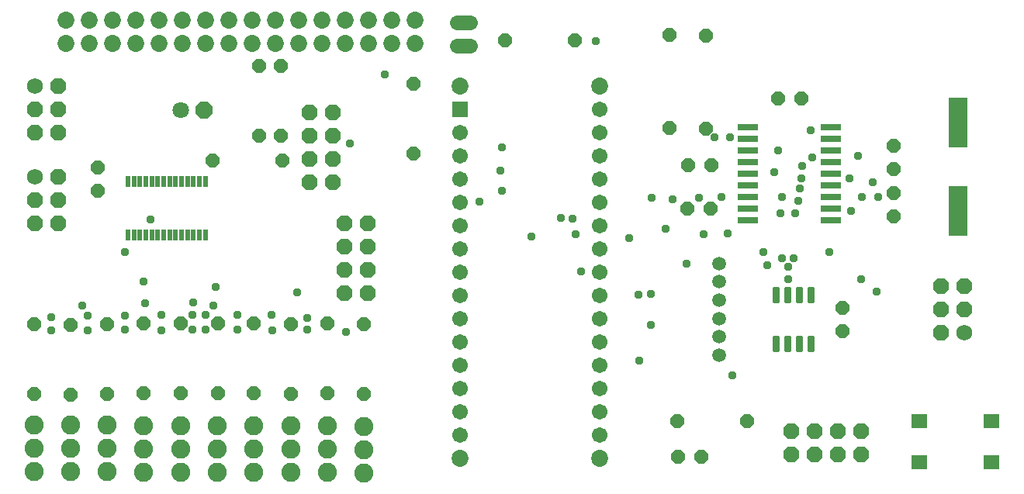
<source format=gts>
G04 EAGLE Gerber RS-274X export*
G75*
%MOMM*%
%FSLAX34Y34*%
%LPD*%
%INSoldermask Top*%
%IPPOS*%
%AMOC8*
5,1,8,0,0,1.08239X$1,22.5*%
G01*
%ADD10P,1.649562X8X112.500000*%
%ADD11P,1.951982X8X22.500000*%
%ADD12C,1.803400*%
%ADD13P,1.649562X8X292.500000*%
%ADD14P,1.649562X8X22.500000*%
%ADD15C,1.511200*%
%ADD16P,1.869504X8X292.500000*%
%ADD17C,1.853200*%
%ADD18C,1.625600*%
%ADD19R,1.711200X1.711200*%
%ADD20C,1.711200*%
%ADD21C,1.854200*%
%ADD22C,2.082800*%
%ADD23P,1.649562X8X202.500000*%
%ADD24R,1.753200X1.503200*%
%ADD25P,1.869504X8X22.500000*%
%ADD26C,1.727200*%
%ADD27R,0.508000X1.193800*%
%ADD28C,0.353406*%
%ADD29R,2.184400X0.762000*%
%ADD30R,2.133600X5.537200*%
%ADD31P,1.869504X8X112.500000*%
%ADD32C,0.959600*%


D10*
X102600Y332100D03*
X102600Y357500D03*
D11*
X218700Y420100D03*
D12*
X193300Y420100D03*
D10*
X971600Y303600D03*
X971600Y329000D03*
D13*
X971700Y381100D03*
X971700Y355700D03*
D10*
X915600Y178600D03*
X915600Y204000D03*
D14*
X845100Y432400D03*
X870500Y432400D03*
D15*
X780900Y252300D03*
X780900Y232300D03*
X780900Y212300D03*
X780900Y192300D03*
X780900Y172300D03*
X780900Y152300D03*
D16*
X397200Y296300D03*
X397200Y270900D03*
X397200Y245500D03*
X397200Y220100D03*
X371800Y296300D03*
X371800Y270900D03*
X371800Y245500D03*
X371800Y220100D03*
D17*
X93500Y518100D03*
X68100Y518100D03*
X68100Y492700D03*
X93500Y492700D03*
X118900Y518100D03*
X118900Y492700D03*
X144300Y518100D03*
X144300Y492700D03*
X169700Y518100D03*
X169700Y492700D03*
X195100Y518100D03*
X195100Y492700D03*
X220500Y518100D03*
X220500Y492700D03*
X245900Y518100D03*
X245900Y492700D03*
X271300Y518100D03*
X271300Y492700D03*
X296700Y518100D03*
X296700Y492700D03*
X322100Y518100D03*
X322100Y492700D03*
X347500Y518100D03*
X347500Y492700D03*
X372900Y518100D03*
X372900Y492700D03*
X398300Y518100D03*
X398300Y492700D03*
X423700Y518100D03*
X423700Y492700D03*
X449100Y518100D03*
X449100Y492700D03*
D18*
X494688Y490000D02*
X508912Y490000D01*
X508912Y515400D02*
X494688Y515400D01*
D14*
X746500Y312000D03*
X771900Y312000D03*
X746900Y360000D03*
X772300Y360000D03*
X736300Y41000D03*
X761700Y41000D03*
D19*
X497800Y420200D03*
D20*
X497800Y394800D03*
X497800Y369400D03*
X497800Y344000D03*
X497800Y318600D03*
X497800Y293200D03*
X497800Y267800D03*
X497800Y242400D03*
X497800Y217000D03*
X497800Y191600D03*
X497800Y166200D03*
X497800Y140800D03*
X650200Y420200D03*
X650200Y394800D03*
X650200Y369400D03*
X650200Y344000D03*
X650200Y318600D03*
X650200Y293200D03*
X650200Y242400D03*
X650200Y217000D03*
X650200Y166200D03*
X650200Y140800D03*
X650200Y191600D03*
X650200Y267800D03*
X497800Y115400D03*
X497800Y90000D03*
X497800Y64600D03*
X650200Y115400D03*
X650200Y90000D03*
X650200Y64600D03*
D21*
X497800Y39200D03*
X650200Y39200D03*
X650200Y445600D03*
X497800Y445600D03*
D22*
X353200Y74800D03*
X353200Y49400D03*
X353200Y24000D03*
X393200Y74700D03*
X393200Y49300D03*
X393200Y23900D03*
X33000Y75800D03*
X33000Y50400D03*
X33000Y25000D03*
X73000Y75700D03*
X73000Y50300D03*
X73000Y24900D03*
X113000Y75600D03*
X113000Y50200D03*
X113000Y24800D03*
X153000Y75500D03*
X153000Y50100D03*
X153000Y24700D03*
X193200Y75200D03*
X193200Y49800D03*
X193200Y24400D03*
X233200Y75100D03*
X233200Y49700D03*
X233200Y24300D03*
X273200Y75000D03*
X273200Y49600D03*
X273200Y24200D03*
X313200Y74900D03*
X313200Y49500D03*
X313200Y24100D03*
D23*
X304300Y364700D03*
X228100Y364700D03*
D10*
X272900Y110500D03*
X272900Y186700D03*
X313100Y110100D03*
X313100Y186300D03*
X353100Y110500D03*
X353100Y186700D03*
X393100Y109900D03*
X393100Y186100D03*
X726700Y400400D03*
X726700Y502000D03*
X766700Y399400D03*
X766700Y501000D03*
D13*
X447500Y448300D03*
X447500Y372100D03*
D14*
X735100Y80300D03*
X811300Y80300D03*
D10*
X278700Y392100D03*
X278700Y468300D03*
X302700Y391500D03*
X302700Y467700D03*
X192900Y111100D03*
X192900Y187300D03*
X152900Y110500D03*
X152900Y186700D03*
X112900Y109900D03*
X112900Y186100D03*
X72900Y109300D03*
X72900Y185500D03*
X32900Y109700D03*
X32900Y185900D03*
X233900Y111100D03*
X233900Y187300D03*
D24*
X998850Y80300D03*
X1078350Y80300D03*
X998850Y35300D03*
X1078350Y35300D03*
D25*
X859400Y43800D03*
X884800Y43800D03*
X910200Y43800D03*
X935600Y43800D03*
X859400Y69200D03*
X884800Y69200D03*
X910200Y69200D03*
X935600Y69200D03*
D16*
X333800Y416900D03*
X333800Y391500D03*
X333800Y366100D03*
X333800Y340700D03*
X359200Y416900D03*
X359200Y391500D03*
X359200Y366100D03*
X359200Y340700D03*
D26*
X33800Y346500D03*
D16*
X33800Y321100D03*
X33800Y295700D03*
X59200Y346500D03*
X59200Y321100D03*
X59200Y295700D03*
D27*
X135550Y283622D03*
X142050Y283622D03*
X148550Y283622D03*
X155050Y283622D03*
X161550Y283622D03*
X168050Y283622D03*
X174550Y283622D03*
X181050Y283622D03*
X187550Y283622D03*
X194050Y283622D03*
X200550Y283622D03*
X207050Y283622D03*
X213550Y283622D03*
X220050Y283622D03*
X220050Y341978D03*
X213550Y341978D03*
X207050Y341978D03*
X200550Y341978D03*
X194050Y341978D03*
X187550Y341978D03*
X181050Y341978D03*
X174550Y341978D03*
X168050Y341978D03*
X161550Y341978D03*
X155050Y341978D03*
X148550Y341978D03*
X142050Y341978D03*
X135550Y341978D03*
D28*
X878901Y224849D02*
X878901Y210551D01*
X878901Y224849D02*
X883399Y224849D01*
X883399Y210551D01*
X878901Y210551D01*
X878901Y213908D02*
X883399Y213908D01*
X883399Y217265D02*
X878901Y217265D01*
X878901Y220622D02*
X883399Y220622D01*
X883399Y223979D02*
X878901Y223979D01*
X866201Y224849D02*
X866201Y210551D01*
X866201Y224849D02*
X870699Y224849D01*
X870699Y210551D01*
X866201Y210551D01*
X866201Y213908D02*
X870699Y213908D01*
X870699Y217265D02*
X866201Y217265D01*
X866201Y220622D02*
X870699Y220622D01*
X870699Y223979D02*
X866201Y223979D01*
X853501Y224849D02*
X853501Y210551D01*
X853501Y224849D02*
X857999Y224849D01*
X857999Y210551D01*
X853501Y210551D01*
X853501Y213908D02*
X857999Y213908D01*
X857999Y217265D02*
X853501Y217265D01*
X853501Y220622D02*
X857999Y220622D01*
X857999Y223979D02*
X853501Y223979D01*
X840801Y224849D02*
X840801Y210551D01*
X840801Y224849D02*
X845299Y224849D01*
X845299Y210551D01*
X840801Y210551D01*
X840801Y213908D02*
X845299Y213908D01*
X845299Y217265D02*
X840801Y217265D01*
X840801Y220622D02*
X845299Y220622D01*
X845299Y223979D02*
X840801Y223979D01*
X840801Y171449D02*
X840801Y157151D01*
X840801Y171449D02*
X845299Y171449D01*
X845299Y157151D01*
X840801Y157151D01*
X840801Y160508D02*
X845299Y160508D01*
X845299Y163865D02*
X840801Y163865D01*
X840801Y167222D02*
X845299Y167222D01*
X845299Y170579D02*
X840801Y170579D01*
X853501Y171449D02*
X853501Y157151D01*
X853501Y171449D02*
X857999Y171449D01*
X857999Y157151D01*
X853501Y157151D01*
X853501Y160508D02*
X857999Y160508D01*
X857999Y163865D02*
X853501Y163865D01*
X853501Y167222D02*
X857999Y167222D01*
X857999Y170579D02*
X853501Y170579D01*
X866201Y171449D02*
X866201Y157151D01*
X866201Y171449D02*
X870699Y171449D01*
X870699Y157151D01*
X866201Y157151D01*
X866201Y160508D02*
X870699Y160508D01*
X870699Y163865D02*
X866201Y163865D01*
X866201Y167222D02*
X870699Y167222D01*
X870699Y170579D02*
X866201Y170579D01*
X878901Y171449D02*
X878901Y157151D01*
X878901Y171449D02*
X883399Y171449D01*
X883399Y157151D01*
X878901Y157151D01*
X878901Y160508D02*
X883399Y160508D01*
X883399Y163865D02*
X878901Y163865D01*
X878901Y167222D02*
X883399Y167222D01*
X883399Y170579D02*
X878901Y170579D01*
D29*
X812088Y401400D03*
X812088Y388700D03*
X812088Y376000D03*
X812088Y363300D03*
X812088Y350600D03*
X812088Y337900D03*
X812088Y325200D03*
X812088Y312500D03*
X812088Y299800D03*
X902512Y299800D03*
X902512Y312500D03*
X902512Y325200D03*
X902512Y337900D03*
X902512Y350600D03*
X902512Y363300D03*
X902512Y376000D03*
X902512Y388700D03*
X902512Y401400D03*
D30*
X1041800Y406460D03*
X1041800Y309940D03*
D26*
X1048700Y176600D03*
D31*
X1048700Y202000D03*
X1048700Y227400D03*
X1023300Y176600D03*
X1023300Y202000D03*
X1023300Y227400D03*
D26*
X34300Y446400D03*
D16*
X34300Y421000D03*
X34300Y395600D03*
X59700Y446400D03*
X59700Y421000D03*
X59700Y395600D03*
D14*
X546900Y496000D03*
X623100Y496000D03*
D32*
X722000Y290000D03*
X841000Y352000D03*
X901000Y265000D03*
X624000Y284000D03*
X845000Y376000D03*
X932000Y370000D03*
X745000Y252000D03*
X683000Y280000D03*
X730000Y322000D03*
X833000Y250000D03*
X937000Y325000D03*
X829000Y265000D03*
X867000Y321000D03*
X132000Y265000D03*
X160000Y300000D03*
X153000Y233000D03*
X154000Y209000D03*
X207000Y210000D03*
X86000Y206000D03*
X231000Y227000D03*
X229000Y206000D03*
X862068Y258000D03*
X849000Y258000D03*
X790291Y285291D03*
X764000Y284000D03*
X707000Y324000D03*
X646000Y495000D03*
X693000Y218368D03*
X694000Y146000D03*
X630000Y243732D03*
X544000Y332000D03*
X706000Y219000D03*
X706000Y185000D03*
X576000Y282000D03*
X519000Y320000D03*
X52000Y179000D03*
X52000Y194000D03*
X92000Y179000D03*
X92000Y195000D03*
X132000Y180000D03*
X132000Y195000D03*
X172000Y179000D03*
X172000Y196000D03*
X206000Y180000D03*
X206000Y196000D03*
X293000Y179000D03*
X292000Y196000D03*
X374000Y178000D03*
X320000Y221000D03*
X331000Y193000D03*
X331000Y180000D03*
X255000Y180000D03*
X255000Y196000D03*
X220000Y180000D03*
X220000Y196000D03*
X871709Y358709D03*
X882682Y367900D03*
X795000Y130000D03*
X936000Y235000D03*
X925000Y309932D03*
X923000Y345068D03*
X948622Y341068D03*
X953000Y221332D03*
X856000Y235000D03*
X856000Y249000D03*
X870791Y345209D03*
X881000Y398068D03*
X416000Y459000D03*
X378000Y383000D03*
X759000Y324000D03*
X608000Y302000D03*
X542000Y354000D03*
X620791Y301209D03*
X544000Y379000D03*
X793000Y390068D03*
X783000Y324932D03*
X776000Y390068D03*
X848000Y307000D03*
X864000Y307000D03*
X954690Y324932D03*
X849000Y324932D03*
X869000Y334000D03*
M02*

</source>
